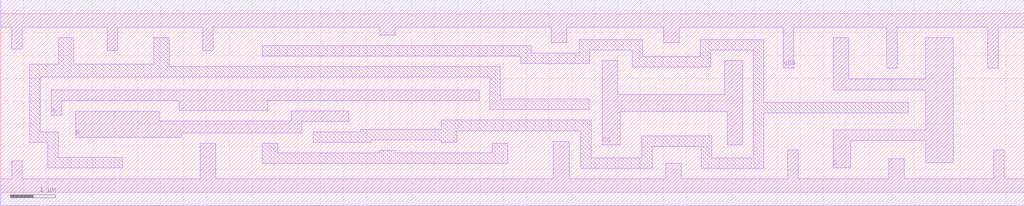
<source format=lef>
# Copyright 2022 GlobalFoundries PDK Authors
#
# Licensed under the Apache License, Version 2.0 (the "License");
# you may not use this file except in compliance with the License.
# You may obtain a copy of the License at
#
#      http://www.apache.org/licenses/LICENSE-2.0
#
# Unless required by applicable law or agreed to in writing, software
# distributed under the License is distributed on an "AS IS" BASIS,
# WITHOUT WARRANTIES OR CONDITIONS OF ANY KIND, either express or implied.
# See the License for the specific language governing permissions and
# limitations under the License.

MACRO gf180mcu_fd_sc_mcu7t5v0__addh_4
  CLASS core ;
  FOREIGN gf180mcu_fd_sc_mcu7t5v0__addh_4 0.0 0.0 ;
  ORIGIN 0 0 ;
  SYMMETRY X Y ;
  SITE GF018hv5v_mcu_sc7 ;
  SIZE 22.4 BY 3.92 ;
  PIN A
    DIRECTION INPUT ;
    ANTENNAGATEAREA 3.696 ;
    PORT
      LAYER Metal1 ;
        POLYGON 1.1 1.685 1.33 1.685 1.33 2.015 3.905 2.015 3.905 1.8 5.845 1.8 5.845 2.015 10.47 2.015 10.47 2.245 1.1 2.245  ;
    END
  END A
  PIN B
    DIRECTION INPUT ;
    ANTENNAGATEAREA 3.696 ;
    PORT
      LAYER Metal1 ;
        POLYGON 1.64 1.2 3.965 1.2 3.965 1.305 6.585 1.305 6.585 1.555 7.62 1.555 7.62 1.785 6.355 1.785 6.355 1.57 3.47 1.57 3.47 1.775 1.64 1.775  ;
    END
  END B
  PIN CO
    DIRECTION OUTPUT ;
    ANTENNADIFFAREA 2.2701 ;
    PORT
      LAYER Metal1 ;
        POLYGON 13.17 1.035 13.56 1.035 13.56 1.77 15.9 1.77 15.9 1.035 16.24 1.035 16.24 2.885 15.85 2.885 15.85 2.15 13.51 2.15 13.51 2.885 13.17 2.885  ;
    END
  END CO
  PIN S
    DIRECTION OUTPUT ;
    ANTENNADIFFAREA 2.0903 ;
    PORT
      LAYER Metal1 ;
        POLYGON 18.22 2.245 19.86 2.245 20.25 2.245 20.25 1.37 18.22 1.37 18.22 0.54 18.605 0.54 18.605 1.135 20.25 1.135 20.25 0.65 20.845 0.65 20.845 3.39 20.25 3.39 20.25 2.48 19.86 2.48 18.56 2.48 18.56 3.39 18.22 3.39  ;
    END
  END S
  PIN VDD
    DIRECTION INOUT ;
    USE power ;
    SHAPE ABUTMENT ;
    PORT
      LAYER Metal1 ;
        POLYGON 0 3.62 0.245 3.62 0.245 3.145 0.475 3.145 0.475 3.62 2.335 3.62 2.335 3.105 2.565 3.105 2.565 3.62 4.425 3.62 4.425 3.105 4.655 3.105 4.655 3.62 8.3 3.62 8.3 3.445 8.64 3.445 8.64 3.62 12.045 3.62 12.045 3.285 12.385 3.285 12.385 3.62 14.51 3.62 14.51 3.285 14.85 3.285 14.85 3.62 17.125 3.62 17.125 2.73 17.355 2.73 17.355 3.62 19.395 3.62 19.395 2.73 19.625 2.73 19.625 3.62 19.86 3.62 21.605 3.62 21.605 2.73 21.835 2.73 21.835 3.62 22.4 3.62 22.4 4.22 19.86 4.22 0 4.22  ;
    END
  END VDD
  PIN VSS
    DIRECTION INOUT ;
    USE ground ;
    SHAPE ABUTMENT ;
    PORT
      LAYER Metal1 ;
        POLYGON 0 -0.3 22.4 -0.3 22.4 0.3 21.965 0.3 21.965 0.935 21.735 0.935 21.735 0.3 19.78 0.3 19.78 0.735 19.44 0.735 19.44 0.3 17.455 0.3 17.455 0.935 17.225 0.935 17.225 0.3 14.9 0.3 14.9 0.635 14.56 0.635 14.56 0.3 12.44 0.3 12.44 1.12 12.09 1.12 12.09 0.3 4.71 0.3 4.71 1.075 4.37 1.075 4.37 0.3 0.475 0.3 0.475 0.69 0.245 0.69 0.245 0.3 0 0.3  ;
    END
  END VSS
  OBS
      LAYER Metal1 ;
        POLYGON 5.72 0.63 11.1 0.63 11.1 1.075 10.76 1.075 10.76 0.86 8.64 0.86 8.64 0.915 8.3 0.915 8.3 0.86 6.06 0.86 6.06 1.075 5.72 1.075  ;
        POLYGON 0.87 2.525 10.7 2.525 10.7 1.815 12.88 1.815 12.88 2.045 10.93 2.045 10.93 2.755 3.69 2.755 3.69 3.39 3.35 3.39 3.35 2.815 1.6 2.815 1.6 3.39 1.255 3.39 1.255 2.815 0.64 2.815 0.64 1.09 1.025 1.09 1.025 0.54 2.67 0.54 2.67 0.77 1.255 0.77 1.255 1.32 0.87 1.32  ;
        POLYGON 5.72 2.985 11.385 2.985 11.385 2.825 12.89 2.825 12.89 3.115 13.825 3.115 13.825 2.75 15.545 2.75 15.545 3.115 16.47 3.115 16.47 0.76 15.565 0.76 15.565 1.235 14.03 1.235 14.03 0.76 12.92 0.76 12.92 1.585 9.64 1.585 9.64 1.38 7.885 1.38 7.885 1.325 6.84 1.325 6.84 1.09 8.115 1.09 8.115 1.145 9.64 1.145 9.64 1.09 9.98 1.09 9.98 1.35 12.69 1.35 12.69 0.53 14.26 0.53 14.26 1.005 15.335 1.005 15.335 0.53 16.7 0.53 16.7 1.74 19.86 1.74 19.86 1.97 16.7 1.97 16.7 3.345 15.315 3.345 15.315 2.98 14.055 2.98 14.055 3.345 12.66 3.345 12.66 3.055 11.615 3.055 11.615 3.215 5.72 3.215  ;
  END
END gf180mcu_fd_sc_mcu7t5v0__addh_4

</source>
